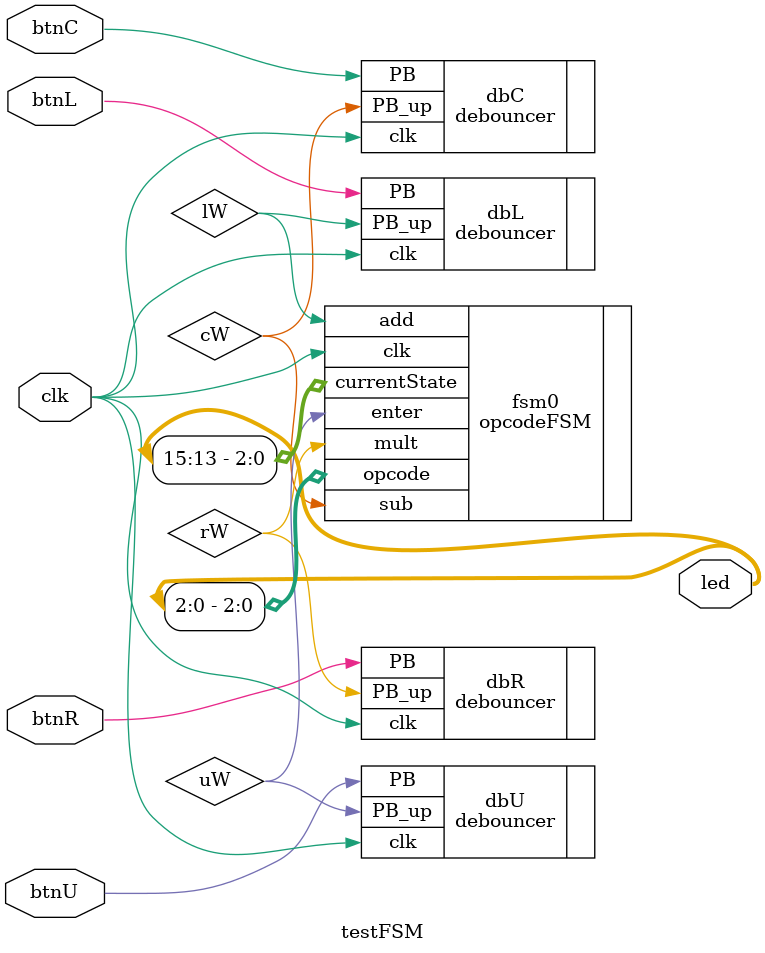
<source format=v>
`timescale 1ns / 1ps

`timescale 1ns / 1ps
//////////////////////////////////////////////////////////////////////////////////
// Company: 
// Engineer: 
// 
// Create Date: 11/17/2025 11:26:03 PM
// Design Name: 
// Module Name: testFSM
// Project Name: 
// Target Devices: 
// Tool Versions: 
// Description: 
// 
// Dependencies: 
// 
// Revision:
// Revision 0.01 - File Created
// Additional Comments:
// 
//////////////////////////////////////////////////////////////////////////////////


module testFSM(

input btnU, btnC, btnL, btnR, clk,
output [15:0] led
    );
   
wire uW, cW, lW, rW;
   
debouncer dbU(
    .clk(clk),
    .PB(btnU),
    .PB_up(uW)
);

debouncer dbC(
    .clk(clk),
    .PB(btnC),
    .PB_up(cW)
);

debouncer dbL(
    .clk(clk),
    .PB(btnL),
    .PB_up(lW)
);

debouncer dbR(
    .clk(clk),
    .PB(btnR),
    .PB_up(rW)
);

opcodeFSM fsm0(
    .enter(uW),
    .add(lW),
    .sub(cW),
    .mult(rW),
    .clk(clk),
    .opcode(led[2:0]),
    .currentState(led[15:13])
);

endmodule

</source>
